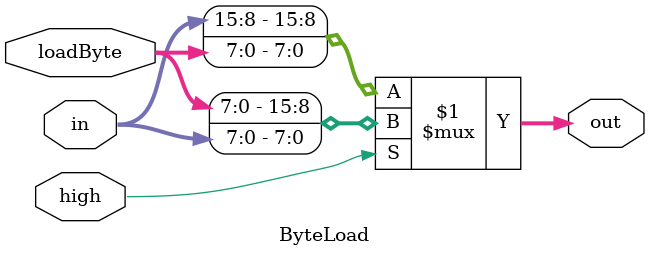
<source format=v>
module ByteLoad(in, loadByte, high, out);

    input	[15:0] 	in;
    input	[7:0] 	loadByte;	// byte to be loaded
    input 			high;
	
    output[15:0] 	out;

    assign out = high ? {loadByte, in[7:0]} : {in[15:8], loadByte};
	
endmodule
</source>
